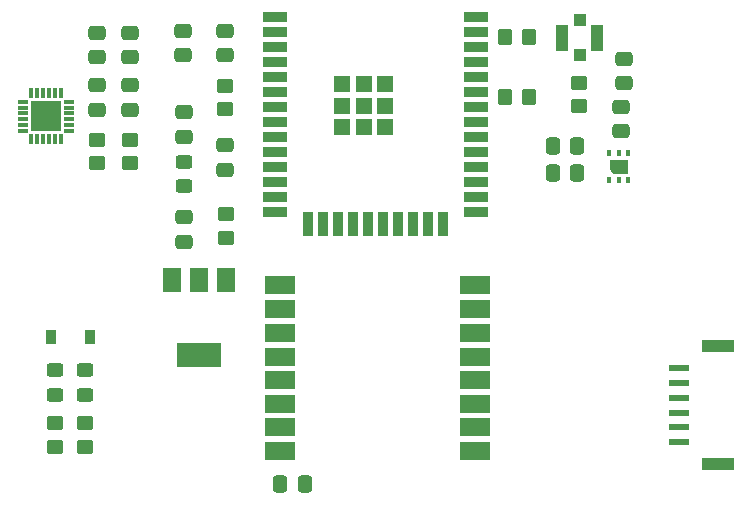
<source format=gtp>
G04 #@! TF.GenerationSoftware,KiCad,Pcbnew,7.0.8*
G04 #@! TF.CreationDate,2023-11-16T17:46:21+01:00*
G04 #@! TF.ProjectId,ESP32-aqs,45535033-322d-4617-9173-2e6b69636164,rev?*
G04 #@! TF.SameCoordinates,Original*
G04 #@! TF.FileFunction,Paste,Top*
G04 #@! TF.FilePolarity,Positive*
%FSLAX46Y46*%
G04 Gerber Fmt 4.6, Leading zero omitted, Abs format (unit mm)*
G04 Created by KiCad (PCBNEW 7.0.8) date 2023-11-16 17:46:21*
%MOMM*%
%LPD*%
G01*
G04 APERTURE LIST*
G04 Aperture macros list*
%AMRoundRect*
0 Rectangle with rounded corners*
0 $1 Rounding radius*
0 $2 $3 $4 $5 $6 $7 $8 $9 X,Y pos of 4 corners*
0 Add a 4 corners polygon primitive as box body*
4,1,4,$2,$3,$4,$5,$6,$7,$8,$9,$2,$3,0*
0 Add four circle primitives for the rounded corners*
1,1,$1+$1,$2,$3*
1,1,$1+$1,$4,$5*
1,1,$1+$1,$6,$7*
1,1,$1+$1,$8,$9*
0 Add four rect primitives between the rounded corners*
20,1,$1+$1,$2,$3,$4,$5,0*
20,1,$1+$1,$4,$5,$6,$7,0*
20,1,$1+$1,$6,$7,$8,$9,0*
20,1,$1+$1,$8,$9,$2,$3,0*%
G04 Aperture macros list end*
%ADD10C,0.010000*%
%ADD11R,0.400000X0.550000*%
%ADD12RoundRect,0.250000X0.450000X-0.350000X0.450000X0.350000X-0.450000X0.350000X-0.450000X-0.350000X0*%
%ADD13RoundRect,0.250000X-0.450000X0.350000X-0.450000X-0.350000X0.450000X-0.350000X0.450000X0.350000X0*%
%ADD14R,0.850000X0.300000*%
%ADD15R,0.300000X0.850000*%
%ADD16R,2.550000X2.550000*%
%ADD17R,0.914400X1.219200*%
%ADD18RoundRect,0.250000X0.450000X-0.325000X0.450000X0.325000X-0.450000X0.325000X-0.450000X-0.325000X0*%
%ADD19RoundRect,0.250000X0.475000X-0.337500X0.475000X0.337500X-0.475000X0.337500X-0.475000X-0.337500X0*%
%ADD20RoundRect,0.250000X0.350000X0.450000X-0.350000X0.450000X-0.350000X-0.450000X0.350000X-0.450000X0*%
%ADD21RoundRect,0.250000X-0.337500X-0.475000X0.337500X-0.475000X0.337500X0.475000X-0.337500X0.475000X0*%
%ADD22RoundRect,0.250000X-0.450000X0.325000X-0.450000X-0.325000X0.450000X-0.325000X0.450000X0.325000X0*%
%ADD23R,1.000000X1.000000*%
%ADD24R,1.050000X2.200000*%
%ADD25RoundRect,0.250000X-0.475000X0.337500X-0.475000X-0.337500X0.475000X-0.337500X0.475000X0.337500X0*%
%ADD26RoundRect,0.250000X0.337500X0.475000X-0.337500X0.475000X-0.337500X-0.475000X0.337500X-0.475000X0*%
%ADD27R,2.000000X0.900000*%
%ADD28R,0.900000X2.000000*%
%ADD29R,1.330000X1.330000*%
%ADD30R,2.540000X1.524000*%
%ADD31R,1.700000X0.600000*%
%ADD32R,2.800000X1.000000*%
%ADD33R,1.500000X2.000000*%
%ADD34R,3.800000X2.000000*%
G04 APERTURE END LIST*
D10*
X177993000Y-80052000D02*
X176793000Y-80052000D01*
X176493000Y-79752000D01*
X176493000Y-79002000D01*
X177993000Y-79002000D01*
X177993000Y-80052000D01*
G36*
X177993000Y-80052000D02*
G01*
X176793000Y-80052000D01*
X176493000Y-79752000D01*
X176493000Y-79002000D01*
X177993000Y-79002000D01*
X177993000Y-80052000D01*
G37*
D11*
X176443000Y-80677000D03*
X177243000Y-80677000D03*
X178043000Y-80677000D03*
X178043000Y-78377000D03*
X177243000Y-78377000D03*
X176443000Y-78377000D03*
D12*
X129540000Y-103235000D03*
X129540000Y-101235000D03*
X132080000Y-103235000D03*
X132080000Y-101235000D03*
X135890000Y-79232000D03*
X135890000Y-77232000D03*
D13*
X133096000Y-77232000D03*
X133096000Y-79232000D03*
D14*
X126808000Y-74016000D03*
X126808000Y-74516000D03*
X126808000Y-75016000D03*
X126808000Y-75516000D03*
X126808000Y-76016000D03*
X126808000Y-76516000D03*
D15*
X127508000Y-77216000D03*
X128008000Y-77216000D03*
X128508000Y-77216000D03*
X129008000Y-77216000D03*
X129508000Y-77216000D03*
X130008000Y-77216000D03*
D14*
X130708000Y-76516000D03*
X130708000Y-76016000D03*
X130708000Y-75516000D03*
X130708000Y-75016000D03*
X130708000Y-74516000D03*
X130708000Y-74016000D03*
D15*
X130008000Y-73316000D03*
X129508000Y-73316000D03*
X129008000Y-73316000D03*
X128508000Y-73316000D03*
X128008000Y-73316000D03*
X127508000Y-73316000D03*
D16*
X128758000Y-75266000D03*
D17*
X129171700Y-93980000D03*
X132448300Y-93980000D03*
D18*
X132080000Y-98815000D03*
X132080000Y-96765000D03*
X129540000Y-98815000D03*
X129540000Y-96765000D03*
D19*
X133096000Y-74697500D03*
X133096000Y-72622500D03*
X135890000Y-74697500D03*
X135890000Y-72622500D03*
X133096000Y-70252500D03*
X133096000Y-68177500D03*
X135890000Y-70252500D03*
X135890000Y-68177500D03*
D20*
X169640000Y-68580000D03*
X167640000Y-68580000D03*
D21*
X148590000Y-106426000D03*
X150665000Y-106426000D03*
D22*
X140462000Y-81196000D03*
X140462000Y-79146000D03*
D23*
X173941000Y-70105000D03*
D24*
X172466000Y-68605000D03*
D23*
X173941000Y-67105000D03*
D24*
X175416000Y-68605000D03*
D25*
X143903500Y-77702500D03*
X143903500Y-79777500D03*
D26*
X173730000Y-80035000D03*
X171655000Y-80035000D03*
D13*
X144018000Y-83566000D03*
X144018000Y-85566000D03*
D27*
X148145000Y-66865000D03*
X148145000Y-68135000D03*
X148145000Y-69405000D03*
X148145000Y-70675000D03*
X148145000Y-71945000D03*
X148145000Y-73215000D03*
X148145000Y-74485000D03*
X148145000Y-75755000D03*
X148145000Y-77025000D03*
X148145000Y-78295000D03*
X148145000Y-79565000D03*
X148145000Y-80835000D03*
X148145000Y-82105000D03*
X148145000Y-83375000D03*
D28*
X150930000Y-84375000D03*
X152200000Y-84375000D03*
X153470000Y-84375000D03*
X154740000Y-84375000D03*
X156010000Y-84375000D03*
X157280000Y-84375000D03*
X158550000Y-84375000D03*
X159820000Y-84375000D03*
X161090000Y-84375000D03*
X162360000Y-84375000D03*
D27*
X165145000Y-83375000D03*
X165145000Y-82105000D03*
X165145000Y-80835000D03*
X165145000Y-79565000D03*
X165145000Y-78295000D03*
X165145000Y-77025000D03*
X165145000Y-75755000D03*
X165145000Y-74485000D03*
X165145000Y-73215000D03*
X165145000Y-71945000D03*
X165145000Y-70675000D03*
X165145000Y-69405000D03*
X165145000Y-68135000D03*
X165145000Y-66865000D03*
D29*
X153810000Y-72530000D03*
X155645000Y-72530000D03*
X157480000Y-72530000D03*
X153810000Y-74365000D03*
X155645000Y-74365000D03*
X157480000Y-74365000D03*
X153810000Y-76200000D03*
X155645000Y-76200000D03*
X157480000Y-76200000D03*
D19*
X177448000Y-76522000D03*
X177448000Y-74447000D03*
D25*
X143903500Y-68029000D03*
X143903500Y-70104000D03*
D30*
X165100000Y-103600000D03*
X165100000Y-101600000D03*
X165100000Y-99600000D03*
X165100000Y-97600000D03*
X165100000Y-95600000D03*
X165100000Y-93600000D03*
X165100000Y-91600000D03*
X165100000Y-89520000D03*
X148560000Y-89520000D03*
X148560000Y-91600000D03*
X148560000Y-93600000D03*
X148560000Y-95600000D03*
X148560000Y-97600000D03*
X148560000Y-99600000D03*
X148560000Y-101600000D03*
X148560000Y-103600000D03*
D31*
X182324000Y-96600000D03*
X182324000Y-97850000D03*
X182324000Y-99100000D03*
X182324000Y-100350000D03*
X182324000Y-101600000D03*
X182324000Y-102850000D03*
D32*
X185674000Y-104700000D03*
X185674000Y-94750000D03*
D26*
X173730000Y-77749000D03*
X171655000Y-77749000D03*
D12*
X173892000Y-74415000D03*
X173892000Y-72415000D03*
D19*
X140462000Y-85873500D03*
X140462000Y-83798500D03*
D25*
X140347500Y-68029000D03*
X140347500Y-70104000D03*
X177702000Y-70383000D03*
X177702000Y-72458000D03*
X140462000Y-74930000D03*
X140462000Y-77005000D03*
D13*
X143903500Y-72654500D03*
X143903500Y-74654500D03*
D20*
X169640000Y-73660000D03*
X167640000Y-73660000D03*
D33*
X144032000Y-89154000D03*
X141732000Y-89154000D03*
D34*
X141732000Y-95454000D03*
D33*
X139432000Y-89154000D03*
M02*

</source>
